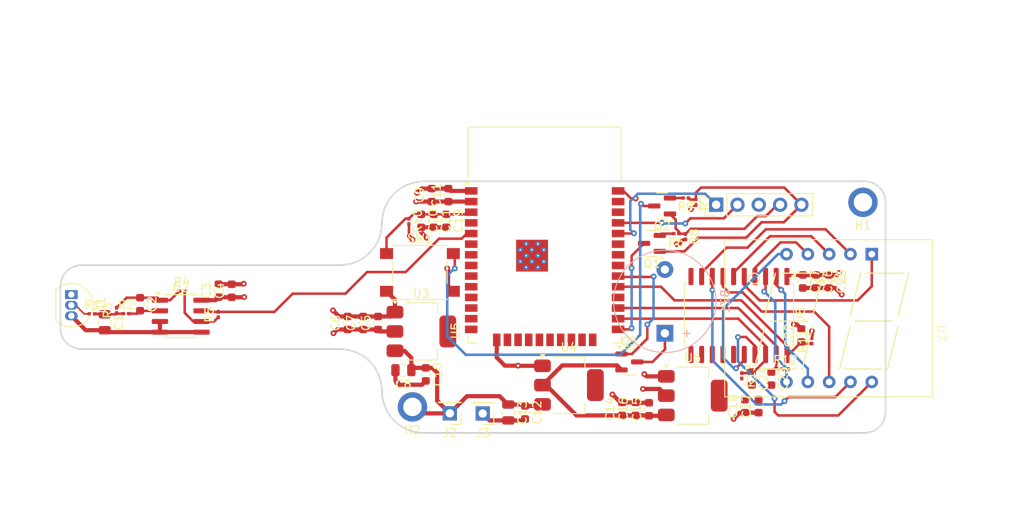
<source format=kicad_pcb>
(kicad_pcb (version 20240108) (generator "pcbnew") (generator_version "8.0")
  (title_block (title "PCB Termometro") (date "2024-05-14") (rev "01") (company "UCU") (comment 1 "Renzo Di Tomasso - Christian Klein"))
  (layers (0 "F.Cu" signal "F.Signal") (1 "In1.Cu" power "GND") (2 "In2.Cu" power "PWR") (31 "B.Cu" signal "B.Signal") (34 "B.Paste" user) (35 "F.Paste" user) (36 "B.SilkS" user "B.Silkscreen") (37 "F.SilkS" user "F.Silkscreen") (38 "B.Mask" user) (39 "F.Mask" user) (44 "Edge.Cuts" user))
  (net 0 "")
  (net 1 "GND")
  (net 2 "Net-(BZ1-+)")
  (net 3 "Net-(C1-Pad1)")
  (net 4 "Net-(U2A--)")
  (net 5 "Net-(C2-Pad1)")
  (net 6 "+5V")
  (net 7 "VDD")
  (net 8 "/BZ")
  (net 9 "/EN")
  (net 10 "/IO5")
  (net 11 "/IO16")
  (net 12 "/IO4")
  (net 13 "Net-(Q1-B)")
  (net 14 "/BOOT")
  (net 15 "/U0DTR")
  (net 16 "/U0RTS")
  (net 17 "Net-(Q2-B)")
  (net 18 "/IO18")
  (net 19 "Net-(U1-V_{OUT})")
  (net 20 "Net-(U2B--)")
  (net 21 "/SENSOR_VN")
  (net 28 "/ESPTX2FTDI")
  (net 37 "/ESPRX2FTDI")
  (net 49 "Net-(U7-E)")
  (net 50 "Net-(U7-DP)")
  (net 51 "Net-(U7-C)")
  (net 52 "Net-(U7-DIG1)")
  (net 53 "Net-(U7-F)")
  (net 54 "Net-(U7-DIG2)")
  (net 55 "Net-(U7-D)")
  (net 56 "Net-(U7-B)")
  (net 57 "Net-(U7-A)")
  (net 58 "Net-(U7-G)")
  (net 63 "Net-(J2-Pin_1)")
  (footprint "Resistor_SMD:R_0201_0603Metric" (layer "F.Cu") (at 74.71 90.275 -90)
    (property "Reference" "R10")
    (property "Value" "10k")
  )
  (footprint "Capacitor_SMD:C_0603_1608Metric" (layer "F.Cu") (at 123.2 97.44 -90)
    (property "Reference" "C26")
    (property "Value" "100n")
  )
  (footprint "Capacitor_SMD:C_0603_1608Metric" (layer "F.Cu") (at 76.17 90.21 -90)
    (property "Reference" "C20")
    (property "Value" "100n")
  )
  (footprint "Package_SO:SOIC-20W_7.5x12.8mm_P1.27mm" (layer "F.Cu") (at 114.035 101.5 -90)
    (property "Reference" "U8")
    (property "Value" "TM1620")
  )
  (footprint "Capacitor_SMD:C_0603_1608Metric" (layer "F.Cu") (at 76.73 108.52 -90)
    (property "Reference" "C10")
    (property "Value" "100n")
  )
  (footprint "Resistor_SMD:R_0201_0603Metric" (layer "F.Cu") (at 52.005 101.385 90)
    (property "Reference" "R5")
    (property "Value" "10k")
  )
  (footprint "Capacitor_SMD:C_0603_1608Metric" (layer "F.Cu") (at 53.6 98.55 90)
    (property "Reference" "C4")
    (property "Value" "100n")
  )
  (footprint "Capacitor_SMD:C_0603_1608Metric" (layer "F.Cu") (at 71.04 102.39 90)
    (property "Reference" "C5")
    (property "Value" "10u")
  )
  (footprint "Capacitor_SMD:C_0603_1608Metric" (layer "F.Cu") (at 121.65 97.44 -90)
    (property "Reference" "C27")
    (property "Value" "10u")
  )
  (footprint "Resistor_SMD:R_0201_0603Metric" (layer "F.Cu") (at 107.665 92.1 -90)
    (property "Reference" "R8")
    (property "Value" "10k")
  )
  (footprint "Resistor_SMD:R_0201_0603Metric" (layer "F.Cu") (at 36.975 101.305)
    (property "Reference" "R1")
    (property "Value" "820")
  )
  (footprint "Capacitor_SMD:C_0603_1608Metric" (layer "F.Cu") (at 79.17 90.21 -90)
    (property "Reference" "C19")
    (property "Value" "1u")
  )
  (footprint "Capacitor_SMD:C_0603_1608Metric" (layer "F.Cu") (at 52.04 98.54 90)
    (property "Reference" "C3")
    (property "Value" "100n")
  )
  (footprint "Resistor_SMD:R_0201_0603Metric" (layer "F.Cu") (at 122.71 104.52 90)
    (property "Reference" "R11")
    (property "Value" "5k6")
  )
  (footprint "Capacitor_SMD:C_0603_1608Metric" (layer "F.Cu") (at 67.42 102.39 90)
    (property "Reference" "C6")
    (property "Value" "100n")
  )
  (footprint "Capacitor_SMD:C_0805_2012Metric" (layer "F.Cu") (at 86.55 113.0625 -90)
    (property "Reference" "C13")
    (property "Value" "47u")
  )
  (footprint "Resistor_SMD:R_0201_0603Metric" (layer "F.Cu") (at 106.575 91.74 180)
    (property "Reference" "R6")
    (property "Value" "10k")
  )
  (footprint "Connector_PinHeader_2.54mm:PinHeader_1x01_P2.54mm_Vertical" (layer "F.Cu") (at 79.59 113.17 180)
    (property "Reference" "J2")
    (property "Value" "Vbat")
  )
  (footprint "Resistor_SMD:R_0201_0603Metric" (layer "F.Cu") (at 107.6925 87.49 180)
    (property "Reference" "R9")
    (property "Value" "10k")
  )
  (footprint "Resistor_SMD:R_0201_0603Metric" (layer "F.Cu") (at 108.9025 87.99 -90)
    (property "Reference" "R7")
    (property "Value" "10k")
  )
  (footprint "Package_TO_SOT_SMD:SOT-23" (layer "F.Cu") (at 100.98 107.0375)
    (property "Reference" "Q3")
    (property "Value" "BSS84")
  )
  (footprint "Package_TO_SOT_SMD:SOT-223" (layer "F.Cu") (at 76.2 103.4)
    (property "Reference" "U3")
    (property "Value" "AMS1117-5.0")
  )
  (footprint "obligatorio:DISPLAYLEDS" (layer "F.Cu") (at 125.7 101.58 -90)
    (property "Reference" "U7")
    (property "Value" "SN440502N")
  )
  (footprint "Package_SO:SOIC-8_3.9x4.9mm_P1.27mm" (layer "F.Cu") (at 47.53 101.58)
    (property "Reference" "U2")
    (property "Value" "TL072")
  )
  (footprint "Resistor_SMD:R_0201_0603Metric" (layer "F.Cu") (at 119.57 107.87)
    (property "Reference" "R12")
    (property "Value" "5k6")
  )
  (footprint "Capacitor_SMD:C_0603_1608Metric" (layer "F.Cu") (at 115.57 109.01 -90)
    (property "Reference" "C24")
    (property "Value" "100p")
  )
  (footprint "Connector_PinHeader_2.54mm:PinHeader_1x05_P2.54mm_Vertical" (layer "F.Cu") (at 111.32 88.29 90)
    (property "Reference" "J1")
    (property "Value" "PROG")
  )
  (footprint "Capacitor_SMD:C_0603_1608Metric" (layer "F.Cu") (at 69.27 102.39 90)
    (property "Reference" "C7")
    (property "Value" "10u")
  )
  (footprint "Capacitor_SMD:C_0603_1608Metric" (layer "F.Cu") (at 103.32 112.68 90)
    (property "Reference" "C15")
    (property "Value" "10u")
  )
  (footprint "Package_TO_SOT_SMD:SOT-23" (layer "F.Cu") (at 104.88 88.44 180)
    (property "Reference" "Q2")
    (property "Value" "S8050")
  )
  (footprint "MountingHole:MountingHole_2.2mm_M2_ISO7380_Pad" (layer "F.Cu") (at 75.14 112.4 180)
    (property "Reference" "H2")
    (property "Value" "Vbat")
  )
  (footprint "Capacitor_SMD:C_0603_1608Metric" (layer "F.Cu") (at 116.38 112.31 90)
    (property "Reference" "C17")
    (property "Value" "100n")
  )
  (footprint "Capacitor_SMD:C_0603_1608Metric" (layer "F.Cu") (at 88.55 113.0625 -90)
    (property "Reference" "C12")
    (property "Value" "100n")
  )
  (footprint "Capacitor_SMD:C_0603_1608Metric" (layer "F.Cu") (at 77.67 90.21 -90)
    (property "Reference" "C21")
    (property "Value" "10u")
  )
  (footprint "Connector_PinHeader_2.54mm:PinHeader_1x01_P2.54mm_Vertical" (layer "F.Cu") (at 83.51 113.19 180)
    (property "Reference" "J3")
    (property "Value" "Gnd")
  )
  (footprint "Capacitor_SMD:C_0603_1608Metric" (layer "F.Cu") (at 124.76 97.44 -90)
    (property "Reference" "C25")
    (property "Value" "10u")
  )
  (footprint "Button_Switch_SMD:SW_SPST_PTS645" (layer "F.Cu") (at 76.03 96.36)
    (property "Reference" "SW1")
    (property "Value" "Reset")
  )
  (footprint "Package_TO_SOT_THT:TO-92_Inline" (layer "F.Cu") (at 34.5 99 -90)
    (property "Reference" "U1")
    (property "Value" "LM35-LP")
  )
  (footprint "MountingHole:MountingHole_2.2mm_M2_ISO7380_Pad" (layer "F.Cu") (at 128.81 88 180)
    (property "Reference" "H1")
    (property "Value" "GND")
  )
  (footprint "Package_TO_SOT_SMD:SOT-223" (layer "F.Cu") (at 93.78 109.8)
    (property "Reference" "U4")
    (property "Value" "AMS1117-5.0")
  )
  (footprint "Package_TO_SOT_SMD:SOT-23" (layer "F.Cu") (at 103.67 92.9 180)
    (property "Reference" "Q1")
    (property "Value" "S8050")
  )
  (footprint "Capacitor_SMD:C_0603_1608Metric" (layer "F.Cu") (at 100.12 112.64 90)
    (property "Reference" "C14")
    (property "Value" "100n")
  )
  (footprint "Resistor_SMD:R_0201_0603Metric" (layer "F.Cu") (at 47.685 98.58)
    (property "Reference" "R4")
    (property "Value" "10k")
  )
  (footprint "Package_TO_SOT_SMD:SOT-223" (layer "F.Cu") (at 108.53 111.0575)
    (property "Reference" "U6")
    (property "Value" "AMS1117-3.3")
  )
  (footprint "Capacitor_SMD:C_0603_1608Metric" (layer "F.Cu") (at 117.89 109.02 -90)
    (property "Reference" "C23")
    (property "Value" "100p")
  )
  (footprint "Capacitor_SMD:C_0603_1608Metric" (layer "F.Cu") (at 77.42 87.14 90)
    (property "Reference" "C9")
    (property "Value" "100n")
  )
  (footprint "Capacitor_SMD:C_0805_2012Metric" (layer "F.Cu") (at 74.06 108.02 180)
    (property "Reference" "C8")
    (property "Value" "47u")
  )
  (footprint "Capacitor_SMD:C_0603_1608Metric" (layer "F.Cu") (at 101.71 112.64 90)
    (property "Reference" "C16")
    (property "Value" "10u")
  )
  (footprint "RF_Module:ESP32-WROOM-32D" (layer "F.Cu") (at 90.89 94.89)
    (property "Reference" "U5")
    (property "Value" "ESP32-WROOM-32E")
  )
  (footprint "Capacitor_SMD:C_0805_2012Metric" (layer "F.Cu") (at 38.475 102.305 -90)
    (property "Reference" "C1")
    (property "Value" "33u")
  )
  (footprint "Resistor_SMD:R_0201_0603Metric" (layer "F.Cu") (at 41.02 101.28)
    (property "Reference" "R2")
    (property "Value" "5k6")
  )
  (footprint "Capacitor_SMD:C_0603_1608Metric" (layer "F.Cu") (at 121.47 103.88 90)
    (property "Reference" "C22")
    (property "Value" "100p")
  )
  (footprint "Capacitor_SMD:C_0603_1608Metric" (layer "F.Cu") (at 114.75 112.32 90)
    (property "Reference" "C18")
    (property "Value" "10u")
  )
  (footprint "Resistor_SMD:R_0201_0603Metric" (layer "F.Cu") (at 114.37 108.69 -90)
    (property "Reference" "R13")
    (property "Value" "5k6")
  )
  (footprint "Capacitor_SMD:C_0603_1608Metric" (layer "F.Cu") (at 42.69 100.15 -90)
    (property "Reference" "C2")
    (property "Value" "680n")
  )
  (footprint "Capacitor_SMD:C_0603_1608Metric" (layer "F.Cu") (at 79.42 87.14 90)
    (property "Reference" "C11")
    (property "Value" "10u")
  )
  (footprint "Resistor_SMD:R_0201_0603Metric" (layer "F.Cu") (at 39.89 100.89 90)
    (property "Reference" "R3")
    (property "Value" "8k2")
  )
  (footprint "Buzzer_Beeper:Buzzer_12x9.5RM7.6" (layer "B.Cu") (at 105.21 103.62 90)
    (property "Reference" "BZ1")
    (property "Value" "Buzzer")
  )
  (gr_line (start 68.0451 105.74471) (end 68.6289 105.97586) (stroke (width 0.2)) (layer "Edge.Cuts"))
  (gr_line (start 73.8209 86.2784) (end 73.3129 86.6474) (stroke (width 0.2)) (layer "Edge.Cuts"))
  (gr_line (start 71.5394 111.1267) (end 71.6571 111.7434) (stroke (width 0.2)) (layer "Edge.Cuts"))
  (gr_line (start 71.8511 112.3406) (end 72.1185 112.9088) (stroke (width 0.2)) (layer "Edge.Cuts"))
  (gr_line (start 71.4606 91.12668) (end 71.3429 91.74345) (stroke (width 0.2)) (layer "Edge.Cuts"))
  (gr_line (start 34.36123 95.88919) (end 34.107233 96.07373) (stroke (width 0.2)) (layer "Edge.Cuts"))
  (gr_line (start 35.7008 105.5) (end 66.5 105.5) (stroke (width 0.2)) (layer "Edge.Cuts"))
  (gr_line (start 33.678248 96.53055) (end 33.510019 96.79562) (stroke (width 0.2)) (layer "Edge.Cuts"))
  (gr_line (start 66.5 95.5) (end 35.7008 95.5) (stroke (width 0.2)) (layer "Edge.Cuts"))
  (gr_line (start 131.0241 86.5305) (end 130.824 86.2886) (stroke (width 0.2)) (layer "Edge.Cuts"))
  (gr_line (start 75.5631 85.5886) (end 74.9549 85.7447) (stroke (width 0.2)) (layer "Edge.Cuts"))
  (gr_line (start 33.878367 104.71136) (end 34.107233 104.92627) (stroke (width 0.2)) (layer "Edge.Cuts"))
  (gr_line (start 35.7008 105.49506) (end 35.7008 105.5) (stroke (width 0.2)) (layer "Edge.Cuts"))
  (gr_line (start 69.1791 94.72165) (end 68.6289 95.02414) (stroke (width 0.2)) (layer "Edge.Cuts"))
  (gr_line (start 66.8139 95.49014) (end 66.5 95.49014) (stroke (width 0.2)) (layer "Edge.Cuts"))
  (gr_line (start 130.066 115.2621) (end 130.3412 115.1108) (stroke (width 0.2)) (layer "Edge.Cuts"))
  (gr_line (start 130.5951 86.0737) (end 130.3412 85.8892) (stroke (width 0.2)) (layer "Edge.Cuts"))
  (gr_line (start 129 115.5) (end 129 115.4951) (stroke (width 0.2)) (layer "Edge.Cuts"))
  (gr_line (start 66.5 105.50986) (end 66.8139 105.50986) (stroke (width 0.2)) (layer "Edge.Cuts"))
  (gr_line (start 131.1924 86.7956) (end 131.0241 86.5305) (stroke (width 0.2)) (layer "Edge.Cuts"))
  (gr_line (start 76.5 85.5099) (end 76.186 85.5099) (stroke (width 0.2)) (layer "Edge.Cuts"))
  (gr_line (start 72.8551 87.0773) (end 72.4549 87.5611) (stroke (width 0.2)) (layer "Edge.Cuts"))
  (gr_line (start 33.2008 103) (end 33.220499 103.31332) (stroke (width 0.2)) (layer "Edge.Cuts"))
  (gr_line (start 76.5 85.5) (end 76.5 85.5099) (stroke (width 0.2)) (layer "Edge.Cuts"))
  (gr_line (start 74.9549 85.7447) (end 74.3711 85.9759) (stroke (width 0.2)) (layer "Edge.Cuts"))
  (gr_line (start 33.376352 97.0797) (end 33.279337 97.37828) (stroke (width 0.2)) (layer "Edge.Cuts"))
  (gr_line (start 74.3711 85.9759) (end 73.8209 86.2784) (stroke (width 0.2)) (layer "Edge.Cuts"))
  (gr_line (start 70.1448 107.07726) (end 70.5451 107.56107) (stroke (width 0.2)) (layer "Edge.Cuts"))
  (gr_line (start 33.678248 104.46945) (end 33.878367 104.71136) (stroke (width 0.2)) (layer "Edge.Cuts"))
  (gr_line (start 68.0451 95.25529) (end 67.4369 95.41144) (stroke (width 0.2)) (layer "Edge.Cuts"))
  (gr_line (start 130.824 114.7114) (end 131.0241 114.4695) (stroke (width 0.2)) (layer "Edge.Cuts"))
  (gr_line (start 131.423 87.3783) (end 131.326 87.0797) (stroke (width 0.2)) (layer "Edge.Cuts"))
  (gr_line (start 34.107233 104.92627) (end 34.36123 105.11081) (stroke (width 0.2)) (layer "Edge.Cuts"))
  (gr_line (start 71.8511 88.6594) (end 71.6571 89.2566) (stroke (width 0.2)) (layer "Edge.Cuts"))
  (gr_line (start 72.8551 113.9227) (end 73.3129 114.3526) (stroke (width 0.2)) (layer "Edge.Cuts"))
  (gr_line (start 34.63635 105.26205) (end 34.92825 105.37764) (stroke (width 0.2)) (layer "Edge.Cuts"))
  (gr_line (start 68.6289 105.97586) (end 69.1791 106.27835) (stroke (width 0.2)) (layer "Edge.Cuts"))
  (gr_line (start 71.6571 89.2566) (end 71.5394 89.8733) (stroke (width 0.2)) (layer "Edge.Cuts"))
  (gr_line (start 131.326 87.0797) (end 131.1924 86.7956) (stroke (width 0.2)) (layer "Edge.Cuts"))
  (gr_line (start 131.423 113.6217) (end 131.4819 113.3133) (stroke (width 0.2)) (layer "Edge.Cuts"))
  (gr_line (start 130.3412 85.8892) (end 130.066 85.7379) (stroke (width 0.2)) (layer "Edge.Cuts"))
  (gr_line (start 33.279337 97.37828) (end 33.220499 97.68668) (stroke (width 0.2)) (layer "Edge.Cuts"))
  (gr_line (start 68.6289 95.02414) (end 68.0451 95.25529) (stroke (width 0.2)) (layer "Edge.Cuts"))
  (gr_line (start 70.8815 92.90878) (end 70.5451 93.43893) (stroke (width 0.2)) (layer "Edge.Cuts"))
  (gr_line (start 34.63635 95.73795) (end 34.36123 95.88919) (stroke (width 0.2)) (layer "Edge.Cuts"))
  (gr_line (start 33.220499 103.31332) (end 33.279337 103.62172) (stroke (width 0.2)) (layer "Edge.Cuts"))
  (gr_line (start 129.1586 115.4951) (end 129.47 115.4557) (stroke (width 0.2)) (layer "Edge.Cuts"))
  (gr_line (start 73.3129 114.3526) (end 73.8209 114.7216) (stroke (width 0.2)) (layer "Edge.Cuts"))
  (gr_line (start 70.1448 93.92274) (end 69.6871 94.35257) (stroke (width 0.2)) (layer "Edge.Cuts"))
  (gr_line (start 76.186 85.5099) (end 75.5631 85.5886) (stroke (width 0.2)) (layer "Edge.Cuts"))
  (gr_line (start 33.878367 96.28864) (end 33.678248 96.53055) (stroke (width 0.2)) (layer "Edge.Cuts"))
  (gr_line (start 74.9549 115.2553) (end 75.5631 115.4114) (stroke (width 0.2)) (layer "Edge.Cuts"))
  (gr_line (start 66.5 95.49014) (end 66.5 95.5) (stroke (width 0.2)) (layer "Edge.Cuts"))
  (gr_line (start 72.1185 112.9088) (end 72.4549 113.4389) (stroke (width 0.2)) (layer "Edge.Cuts"))
  (gr_line (start 67.4369 105.58856) (end 68.0451 105.74471) (stroke (width 0.2)) (layer "Edge.Cuts"))
  (gr_line (start 129.47 115.4557) (end 129.7741 115.3776) (stroke (width 0.2)) (layer "Edge.Cuts"))
  (gr_line (start 130.824 86.2886) (end 130.5951 86.0737) (stroke (width 0.2)) (layer "Edge.Cuts"))
  (gr_line (start 131.326 113.9203) (end 131.423 113.6217) (stroke (width 0.2)) (layer "Edge.Cuts"))
  (gr_line (start 71.4606 109.87332) (end 71.5394 111.1267) (stroke (width 0.2)) (layer "Edge.Cuts"))
  (gr_line (start 130.5951 114.9263) (end 130.824 114.7114) (stroke (width 0.2)) (layer "Edge.Cuts"))
  (gr_line (start 35.23234 105.4557) (end 35.54382 105.49506) (stroke (width 0.2)) (layer "Edge.Cuts"))
  (gr_line (start 131.4819 113.3133) (end 131.5016 113) (stroke (width 0.2)) (layer "Edge.Cuts"))
  (gr_line (start 131.0241 114.4695) (end 131.1924 114.2044) (stroke (width 0.2)) (layer "Edge.Cuts"))
  (gr_line (start 35.7008 95.5) (end 35.7008 95.50494) (stroke (width 0.2)) (layer "Edge.Cuts"))
  (gr_line (start 129.7741 85.6224) (end 129.47 85.5443) (stroke (width 0.2)) (layer "Edge.Cuts"))
  (gr_line (start 33.510019 96.79562) (end 33.376352 97.0797) (stroke (width 0.2)) (layer "Edge.Cuts"))
  (gr_line (start 33.2008 98) (end 33.2008 103) (stroke (width 0.2)) (layer "Edge.Cuts"))
  (gr_line (start 34.92825 105.37764) (end 35.23234 105.4557) (stroke (width 0.2)) (layer "Edge.Cuts"))
  (gr_line (start 129 115.4951) (end 129.1586 115.4951) (stroke (width 0.2)) (layer "Edge.Cuts"))
  (gr_line (start 131.5016 88) (end 131.4819 87.6867) (stroke (width 0.2)) (layer "Edge.Cuts"))
  (gr_line (start 130.3412 115.1108) (end 130.5951 114.9263) (stroke (width 0.2)) (layer "Edge.Cuts"))
  (gr_line (start 76.5 115.5) (end 129 115.5) (stroke (width 0.2)) (layer "Edge.Cuts"))
  (gr_line (start 71.1489 92.34064) (end 70.8815 92.90878) (stroke (width 0.2)) (layer "Edge.Cuts"))
  (gr_line (start 35.7008 95.50494) (end 35.54382 95.50494) (stroke (width 0.2)) (layer "Edge.Cuts"))
  (gr_line (start 75.5631 115.4114) (end 76.186 115.4901) (stroke (width 0.2)) (layer "Edge.Cuts"))
  (gr_line (start 76.186 115.4901) (end 76.5 115.4901) (stroke (width 0.2)) (layer "Edge.Cuts"))
  (gr_line (start 66.5 105.5) (end 66.5 105.50986) (stroke (width 0.2)) (layer "Edge.Cuts"))
  (gr_line (start 71.3429 91.74345) (end 71.1489 92.34064) (stroke (width 0.2)) (layer "Edge.Cuts"))
  (gr_line (start 70.5451 93.43893) (end 70.1448 93.92274) (stroke (width 0.2)) (layer "Edge.Cuts"))
  (gr_line (start 69.6871 94.35257) (end 69.1791 94.72165) (stroke (width 0.2)) (layer "Edge.Cuts"))
  (gr_line (start 70.8815 108.09122) (end 71.1489 108.65936) (stroke (width 0.2)) (layer "Edge.Cuts"))
  (gr_line (start 33.376352 103.9203) (end 33.510019 104.20438) (stroke (width 0.2)) (layer "Edge.Cuts"))
  (gr_line (start 69.6871 106.64743) (end 70.1448 107.07726) (stroke (width 0.2)) (layer "Edge.Cuts"))
  (gr_line (start 129 85.5) (end 76.5 85.5) (stroke (width 0.2)) (layer "Edge.Cuts"))
  (gr_line (start 33.279337 103.62172) (end 33.376352 103.9203) (stroke (width 0.2)) (layer "Edge.Cuts"))
  (gr_line (start 73.3129 86.6474) (end 72.8551 87.0773) (stroke (width 0.2)) (layer "Edge.Cuts"))
  (gr_line (start 70.5451 107.56107) (end 70.8815 108.09122) (stroke (width 0.2)) (layer "Edge.Cuts"))
  (gr_line (start 72.4549 87.5611) (end 72.1185 88.0912) (stroke (width 0.2)) (layer "Edge.Cuts"))
  (gr_line (start 66.8139 105.50986) (end 67.4369 105.58856) (stroke (width 0.2)) (layer "Edge.Cuts"))
  (gr_line (start 74.3711 115.0241) (end 74.9549 115.2553) (stroke (width 0.2)) (layer "Edge.Cuts"))
  (gr_line (start 129.47 85.5443) (end 129.1586 85.5049) (stroke (width 0.2)) (layer "Edge.Cuts"))
  (gr_line (start 69.1791 106.27835) (end 69.6871 106.64743) (stroke (width 0.2)) (layer "Edge.Cuts"))
  (gr_line (start 76.5 115.4901) (end 76.5 115.5) (stroke (width 0.2)) (layer "Edge.Cuts"))
  (gr_line (start 71.1489 108.65936) (end 71.3429 109.25655) (stroke (width 0.2)) (layer "Edge.Cuts"))
  (gr_line (start 71.3429 109.25655) (end 71.4606 109.87332) (stroke (width 0.2)) (layer "Edge.Cuts"))
  (gr_line (start 34.92825 95.62236) (end 34.63635 95.73795) (stroke (width 0.2)) (layer "Edge.Cuts"))
  (gr_line (start 129 85.5049) (end 129 85.5) (stroke (width 0.2)) (layer "Edge.Cuts"))
  (gr_line (start 131.4819 87.6867) (end 131.423 87.3783) (stroke (width 0.2)) (layer "Edge.Cuts"))
  (gr_line (start 71.6571 111.7434) (end 71.8511 112.3406) (stroke (width 0.2)) (layer "Edge.Cuts"))
  (gr_line (start 71.5394 89.8733) (end 71.4606 91.12668) (stroke (width 0.2)) (layer "Edge.Cuts"))
  (gr_line (start 129.7741 115.3776) (end 130.066 115.2621) (stroke (width 0.2)) (layer "Edge.Cuts"))
  (gr_line (start 33.220499 97.68668) (end 33.2008 98) (stroke (width 0.2)) (layer "Edge.Cuts"))
  (gr_line (start 73.8209 114.7216) (end 74.3711 115.0241) (stroke (width 0.2)) (layer "Edge.Cuts"))
  (gr_line (start 35.54382 105.49506) (end 35.7008 105.49506) (stroke (width 0.2)) (layer "Edge.Cuts"))
  (gr_line (start 131.1924 114.2044) (end 131.326 113.9203) (stroke (width 0.2)) (layer "Edge.Cuts"))
  (gr_line (start 34.36123 105.11081) (end 34.63635 105.26205) (stroke (width 0.2)) (layer "Edge.Cuts"))
  (gr_line (start 67.4369 95.41144) (end 66.8139 95.49014) (stroke (width 0.2)) (layer "Edge.Cuts"))
  (gr_line (start 33.510019 104.20438) (end 33.678248 104.46945) (stroke (width 0.2)) (layer "Edge.Cuts"))
  (gr_line (start 129.1586 85.5049) (end 129 85.5049) (stroke (width 0.2)) (layer "Edge.Cuts"))
  (gr_line (start 35.23234 95.5443) (end 34.92825 95.62236) (stroke (width 0.2)) (layer "Edge.Cuts"))
  (gr_line (start 34.107233 96.07373) (end 33.878367 96.28864) (stroke (width 0.2)) (layer "Edge.Cuts"))
  (gr_line (start 131.5016 113) (end 131.5016 88) (stroke (width 0.2)) (layer "Edge.Cuts"))
  (gr_line (start 130.066 85.7379) (end 129.7741 85.6224) (stroke (width 0.2)) (layer "Edge.Cuts"))
  (gr_line (start 72.1185 88.0912) (end 71.8511 88.6594) (stroke (width 0.2)) (layer "Edge.Cuts"))
  (gr_line (start 35.54382 95.50494) (end 35.23234 95.5443) (stroke (width 0.2)) (layer "Edge.Cuts"))
  (gr_line (start 72.4549 113.4389) (end 72.8551 113.9227) (stroke (width 0.2)) (layer "Edge.Cuts"))
  (segment (start 73.59 109.76) (end 76.265 109.76) (width 0.5) (layer "F.Cu") (net 1))
  (segment (start 54.975 97.775) (end 55.04 97.71) (width 0.5) (layer "F.Cu") (net 1))
  (segment (start 67.42 101.615) (end 66.395 101.615) (width 0.5) (layer "F.Cu") (net 1))
  (segment (start 73.11 109.28) (end 73.59 109.76) (width 0.5) (layer "F.Cu") (net 1))
  (segment (start 87.74 107.5) (end 87.72 107.48) (width 0.5) (layer "F.Cu") (net 1))
  (segment (start 76.17 91.56) (end 76.17 90.985) (width 0.5) (layer "F.Cu") (net 1))
  (segment (start 76.195 86.365) (end 75.69 86.87) (width 0.5) (layer "F.Cu") (net 1))
  (segment (start 79.42 86.365) (end 77.42 86.365) (width 0.5) (layer "F.Cu") (net 1))
  (segment (start 85.18 106.51) (end 85.18 104.4) (width 0.5) (layer "F.Cu") (net 1))
  (segment (start 101.75 111.905) (end 101.71 111.865) (width 0.5) (layer "F.Cu") (net 1))
  (segment (start 87.72 107.48) (end 86.15 107.48) (width 0.5) (layer "F.Cu") (net 1))
  (segment (start 79.17 90.985) (end 77.67 90.985) (width 0.5) (layer "F.Cu") (net 1))
  (segment (start 73.11 108.02) (end 73.11 109.28) (width 0.5) (layer "F.Cu") (net 1))
  (segment (start 124.76 98.215) (end 125.495 98.215) (width 0.5) (layer "F.Cu") (net 1))
  (segment (start 73.05 101.1) (end 73.05 99.61) (width 0.5) (layer "F.Cu") (net 1))
  (segment (start 86.55 114.0125) (end 88.375 114.0125) (width 0.5) (layer "F.Cu") (net 1))
  (segment (start 99.915 111.865) (end 98.96 110.91) (width 0.5) (layer "F.Cu") (net 1))
  (segment (start 101.169997 87.539997) (end 100.27 86.64) (width 0.3) (layer "F.Cu") (net 1))
  (segment (start 79.38 97.98) (end 80.01 98.61) (width 0.5) (layer "F.Cu") (net 1))
  (segment (start 101.71 111.865) (end 100.12 111.865) (width 0.5) (layer "F.Cu") (net 1))
  (segment (start 79.38 96.000057) (end 79.38 97.98) (width 0.5) (layer "F.Cu") (net 1))
  (segment (start 103.32 111.905) (end 101.75 111.905) (width 0.5) (layer "F.Cu") (net 1))
  (segment (start 53.59 97.765) (end 53.6 97.775) (width 0.5) (layer "F.Cu") (net 1))
  (segment (start 50.005 103.485) (end 45.055 103.485) (width 0.5) (layer "F.Cu") (net 1))
  (segment (start 34.5 101.54) (end 36.215 103.255) (width 0.5) (layer "F.Cu") (net 1))
  (segment (start 79.280055 95.900112) (end 79.38 96.000057) (width 0.5) (layer "F.Cu") (net 1))
  (segment (start 100.27 86.64) (end 99.64 86.64) (width 0.3) (layer "F.Cu") (net 1))
  (segment (start 121.65 98.215) (end 123.2 98.215) (width 0.5) (layer "F.Cu") (net 1))
  (segment (start 125.495 98.215) (end 126.28 99) (width 0.5) (layer "F.Cu") (net 1))
  (segment (start 84.3325 114.0125) (end 83.51 113.19) (width 0.5) (layer "F.Cu") (net 1))
  (segment (start 77.42 86.365) (end 76.195 86.365) (width 0.5) (layer "F.Cu") (net 1))
  (segment (start 45.055 102.215) (end 45.055 103.485) (width 0.5) (layer "F.Cu") (net 1))
  (segment (start 79.325 86.49) (end 79.28 86.535) (width 0.5) (layer "F.Cu") (net 1))
  (segment (start 72.535 101.615) (end 73.05 101.1) (width 0.5) (layer "F.Cu") (net 1))
  (segment (start 86.15 107.48) (end 85.18 106.51) (width 0.5) (layer "F.Cu") (net 1))
  (segment (start 100.12 111.865) (end 99.915 111.865) (width 0.5) (layer "F.Cu") (net 1))
  (segment (start 103.0275 108.7575) (end 102.76 108.49) (width 0.5) (layer "F.Cu") (net 1))
  (segment (start 86.55 114.0125) (end 84.3325 114.0125) (width 0.5) (layer "F.Cu") (net 1))
  (segment (start 123.2 98.215) (end 124.76 98.215) (width 0.5) (layer "F.Cu") (net 1))
  (segment (start 90.63 107.5) (end 87.74 107.5) (width 0.5) (layer "F.Cu") (net 1))
  (segment (start 66.395 101.615) (end 65.67 100.89) (width 0.5) (layer "F.Cu") (net 1))
  (segment (start 76.265 109.76) (end 76.73 109.295) (width 0.5) (layer "F.Cu") (net 1))
  (segment (start 88.375 114.0125) (end 88.55 113.8375) (width 0.5) (layer "F.Cu") (net 1))
  (segment (start 53.6 97.775) (end 54.975 97.775) (width 0.5) (layer "F.Cu") (net 1))
  (segment (start 79.695 86.64) (end 79.42 86.365) (width 0.5) (layer "F.Cu") (net 1))
  (segment (start 71.04 101.615) (end 72.535 101.615) (width 0.5) (layer "F.Cu") (net 1))
  (segment (start 45.055 103.485) (end 38.705 103.485) (width 0.5) (layer "F.Cu") (net 1))
  (segment (start 101.73 87.539997) (end 101.169997 87.539997) (width 0.3) (layer "F.Cu") (net 1))
  (segment (start 120.905 102.54) (end 121.47 103.105) (width 0.5) (layer "F.Cu") (net 1))
  (segment (start 82.14 86.64) (end 79.695 86.64) (width 0.5) (layer "F.Cu") (net 1))
  (segment (start 69.27 101.615) (end 71.04 101.615) (width 0.5) (layer "F.Cu") (net 1))
  (segment (start 38.705 103.485) (end 38.475 103.255) (width 0.5) (layer "F.Cu") (net 1))
  (segment (start 52.04 97.765) (end 53.59 97.765) (width 0.5) (layer "F.Cu") (net 1))
  (segment (start 36.215 103.255) (end 38.475 103.255) (width 0.5) (layer "F.Cu") (net 1))
  (segment (start 67.42 101.615) (end 69.27 101.615) (width 0.5) (layer "F.Cu") (net 1))
  (segment (start 120.57 102.54) (end 120.905 102.54) (width 0.5) (layer "F.Cu") (net 1))
  (segment (start 105.38 108.7575) (end 103.0275 108.7575) (width 0.5) (layer "F.Cu") (net 1))
  (segment (start 77.67 90.985) (end 76.17 90.985) (width 0.5) (layer "F.Cu") (net 1))
  (segment (start 76.83 92.22) (end 76.17 91.56) (width 0.5) (layer "F.Cu") (net 1))
  (segment (start 73.05 99.61) (end 72.05 98.61) (width 0.5) (layer "F.Cu") (net 1))
  (via micro (at 87.72 107.48) (size 0.7) (drill 0.3) (layers "F.Cu" "In1.Cu") (net 1))
  (via micro (at 76.83 92.22) (size 0.7) (drill 0.3) (layers "F.Cu" "In1.Cu") (net 1))
  (via micro (at 120.57 102.54) (size 0.7) (drill 0.3) (layers "F.Cu" "In1.Cu") (net 1))
  (via micro (at 65.67 100.89) (size 0.7) (drill 0.3) (layers "F.Cu" "In1.Cu") (net 1))
  (via micro (at 98.96 110.91) (size 0.7) (drill 0.3) (layers "F.Cu" "In1.Cu") (net 1))
  (via micro (at 126.28 99) (size 0.7) (drill 0.3) (layers "F.Cu" "In1.Cu") (net 1))
  (via micro (at 102.76 108.49) (size 0.7) (drill 0.3) (layers "F.Cu" "In1.Cu") (net 1))
  (via micro (at 79.280055 95.900112) (size 0.7) (drill 0.3) (layers "F.Cu" "In1.Cu") (net 1))
  (via micro (at 75.69 86.87) (size 0.7) (drill 0.3) (layers "F.Cu" "In1.Cu") (net 1))
  (via micro (at 73.3 109.47) (size 0.7) (drill 0.3) (layers "F.Cu" "In1.Cu") (net 1))
  (via micro (at 101.73 87.539997) (size 0.7) (drill 0.3) (layers "F.Cu" "In1.Cu") (net 1))
  (via micro (at 55.04 97.71) (size 0.7) (drill 0.3) (layers "F.Cu" "In1.Cu") (net 1))
  (segment (start 105.23 105.54) (end 105.23 105.28) (width 0.3) (layer "F.Cu") (net 2))
  (segment (start 105.21 105.26) (end 105.21 103.62) (width 0.3) (layer "F.Cu") (net 2))
  (segment (start 105.23 105.28) (end 105.21 105.26) (width 0.3) (layer "F.Cu") (net 2))
  (segment (start 103.7325 107.0375) (end 105.23 105.54) (width 0.3) (layer "F.Cu") (net 2))
  (segment (start 101.9175 107.0375) (end 103.7325 107.0375) (width 0.3) (layer "F.Cu") (net 2))
  (segment (start 39.745 101.355) (end 39.89 101.21) (width 0.3) (layer "F.Cu") (net 3))
  (segment (start 40.7 101.28) (end 39.96 101.28) (width 0.3) (layer "F.Cu") (net 3))
  (segment (start 37.295 101.305) (end 38.425 101.305) (width 0.3) (layer "F.Cu") (net 3))
  (segment (start 38.475 101.355) (end 39.745 101.355) (width 0.3) (layer "F.Cu") (net 3))
  (segment (start 39.96 101.28) (end 39.89 101.21) (width 0.3) (layer "F.Cu") (net 3))
  (segment (start 38.425 101.305) (end 38.475 101.355) (width 0.3) (layer "F.Cu") (net 3))
  (segment (start 45.055 100.945) (end 42.71 100.945) (width 0.3) (layer "F.Cu") (net 4))
  (segment (start 41.34 101.28) (end 42.335 101.28) (width 0.3) (layer "F.Cu") (net 4))
  (segment (start 42.335 101.28) (end 42.69 100.925) (width 0.3) (layer "F.Cu") (net 4))
  (segment (start 42.71 100.945) (end 42.69 100.925) (width 0.3) (layer "F.Cu") (net 4))
  (segment (start 44.755 99.375) (end 45.055 99.675) (width 0.3) (layer "F.Cu") (net 5))
  (segment (start 42.69 99.375) (end 41.085 99.375) (width 0.3) (layer "F.Cu") (net 5))
  (segment (start 42.69 99.375) (end 44.755 99.375) (width 0.3) (layer "F.Cu") (net 5))
  (segment (start 46.27 99.675) (end 47.365 98.58) (width 0.3) (layer "F.Cu") (net 5))
  (segment (start 45.055 99.675) (end 46.27 99.675) (width 0.3) (layer "F.Cu") (net 5))
  (segment (start 41.085 99.375) (end 39.89 100.57) (width 0.3) (layer "F.Cu") (net 5))
  (segment (start 55.065 99.325) (end 53.6 99.325) (width 0.5) (layer "F.Cu") (net 6))
  (segment (start 69.19 103.085) (end 69.27 103.165) (width 0.5) (layer "F.Cu") (net 6))
  (segment (start 66.175 103.165) (end 65.73 103.61) (width 0.5) (layer "F.Cu") (net 6))
  (segment (start 55.09 99.3) (end 55.065 99.325) (width 0.5) (layer "F.Cu") (net 6))
  (segment (start 50.005 99.675) (end 51.68 99.675) (width 0.5) (layer "F.Cu") (net 6))
  (segment (start 73.05 103.4) (end 71.275 103.4) (width 0.5) (layer "F.Cu") (net 6))
  (segment (start 67.42 103.165) (end 66.175 103.165) (width 0.5) (layer "F.Cu") (net 6))
  (segment (start 71.275 103.4) (end 71.04 103.165) (width 0.5) (layer "F.Cu") (net 6))
  (segment (start 34.5 99) (end 35 99) (width 0.2) (layer "F.Cu") (net 6))
  (segment (start 53.59 99.315) (end 53.6 99.325) (width 0.5) (layer "F.Cu") (net 6))
  (segment (start 52.04 99.315) (end 53.59 99.315) (width 0.5) (layer "F.Cu") (net 6))
  (segment (start 71.04 103.165) (end 69.27 103.165) (width 0.5) (layer "F.Cu") (net 6))
  (segment (start 69.27 103.165) (end 67.42 103.165) (width 0.5) (layer "F.Cu") (net 6))
  (segment (start 51.68 99.675) (end 52.04 99.315) (width 0.5) (layer "F.Cu") (net 6))
  (via micro (at 55.09 99.3) (size 0.7) (drill 0.3) (layers "F.Cu" "In2.Cu") (net 6))
  (via micro (at 65.73 103.61) (size 0.7) (drill 0.3) (layers "F.Cu" "In2.Cu") (net 6))
  (segment (start 125.728416 96.665) (end 125.963483 96.429933) (width 0.5) (layer "F.Cu") (net 7))
  (segment (start 107.45 92.42) (end 107.27 92.6) (width 0.3) (layer "F.Cu") (net 7))
  (segment (start 74.72 90.605) (end 74.72 92.02) (width 0.3) (layer "F.Cu") (net 7))
  (segment (start 108.86 88.31) (end 108.47 88.7) (width 0.3) (layer "F.Cu") (net 7))
  (segment (start 108.36 88.81) (end 108.32 88.81) (width 0.5) (layer "F.Cu") (net 7))
  (segment (start 113.4 113.82) (end 114.125 113.095) (width 0.5) (layer "F.Cu") (net 7))
  (segment (start 77.42 87.915) (end 79.42 87.915) (width 0.5) (layer "F.Cu") (net 7))
  (segment (start 108.9025 88.31) (end 108.86 88.31) (width 0.3) (layer "F.Cu") (net 7))
  (segment (start 119.935 96.665) (end 119.75 96.85) (width 0.5) (layer "F.Cu") (net 7))
  (segment (start 114.76 113.085) (end 114.75 113.095) (width 0.5) (layer "F.Cu") (net 7))
  (segment (start 105.38 111.0575) (end 104.5825 110.26) (width 0.5) (layer "F.Cu") (net 7))
  (segment (start 123.2 96.665) (end 121.65 96.665) (width 0.5) (layer "F.Cu") (net 7))
  (segment (start 106.86 92.72) (end 106.58 93) (width 0.3) (layer "F.Cu") (net 7))
  (segment (start 122.71 103.38) (end 122.73 103.36) (width 0.5) (layer "F.Cu") (net 7))
  (segment (start 116.38 113.085) (end 114.76 113.085) (width 0.5) (layer "F.Cu") (net 7))
  (segment (start 82.135 87.915) (end 82.14 87.91) (width 0.5) (layer "F.Cu") (net 7))
  (segment (start 107.665 92.42) (end 107.45 92.42) (width 0.3) (layer "F.Cu") (net 7))
  (segment (start 121.65 96.665) (end 119.935 96.665) (width 0.5) (layer "F.Cu") (net 7))
  (segment (start 104.5825 110.26) (end 102.6 110.26) (width 0.5) (layer "F.Cu") (net 7))
  (segment (start 79.42 87.915) (end 82.135 87.915) (width 0.5) (layer "F.Cu") (net 7))
  (segment (start 114.125 113.095) (end 114.75 113.095) (width 0.5) (layer "F.Cu") (net 7))
  (segment (start 106.87 93) (end 107.27 92.6) (width 0.5) (layer "F.Cu") (net 7))
  (segment (start 124.76 96.665) (end 123.2 96.665) (width 0.5) (layer "F.Cu") (net 7))
  (segment (start 108.47 88.7) (end 108.36 88.81) (width 0.5) (layer "F.Cu") (net 7))
  (segment (start 124.76 96.665) (end 125.728416 96.665) (width 0.5) (layer "F.Cu") (net 7))
  (segment (start 122.71 104.2) (end 122.71 103.83) (width 0.3) (layer "F.Cu") (net 7))
  (segment (start 106.86 92.7) (end 106.86 92.72) (width 0.3) (layer "F.Cu") (net 7))
  (segment (start 74.72 92.02) (end 75.15 92.45) (width 0.5) (layer "F.Cu") (net 7))
  (segment (start 122.71 103.83) (end 122.71 103.38) (width 0.5) (layer "F.Cu") (net 7))
  (segment (start 75.57 87.915) (end 77.42 87.915) (width 0.5) (layer "F.Cu") (net 7))
  (segment (start 106.58 93) (end 106.87 93) (width 0.5) (layer "F.Cu") (net 7))
  (segment (start 74.71 90.595) (end 74.72 90.605) (width 0.3) (layer "F.Cu") (net 7))
  (via micro (at 102.6 110.26) (size 0.7) (drill 0.3) (layers "F.Cu" "In2.Cu") (net 7))
  (via micro (at 75.15 92.45) (size 0.7) (drill 0.3) (layers "F.Cu" "In2.Cu") (net 7))
  (via micro (at 122.73 103.36) (size 0.7) (drill 0.3) (layers "F.Cu" "In2.Cu") (net 7))
  (via micro (at 75.57 87.915) (size 0.7) (drill 0.3) (layers "F.Cu" "In2.Cu") (net 7))
  (via micro (at 106.58 93) (size 0.7) (drill 0.3) (layers "F.Cu" "In2.Cu") (net 7))
  (via micro (at 125.963483 96.429933) (size 0.7) (drill 0.3) (layers "F.Cu" "In2.Cu") (net 7))
  (via micro (at 113.4 113.82) (size 0.7) (drill 0.3) (layers "F.Cu" "In2.Cu") (net 7))
  (via micro (at 108.32 88.81) (size 0.7) (drill 0.3) (layers "F.Cu" "In2.Cu") (net 7))
  (segment (start 94.675 113.415) (end 100.12 113.415) (width 0.5) (layer "F.Cu") (net 8))
  (segment (start 101.71 113.415) (end 103.28 113.415) (width 0.5) (layer "F.Cu") (net 8))
  (segment (start 105.2825 113.455) (end 105.38 113.3575) (width 0.5) (layer "F.Cu") (net 8))
  (segment (start 91.06 109.8) (end 94.675 113.415) (width 0.5) (layer "F.Cu") (net 8))
  (segment (start 90.63 109.8) (end 91.06 109.8) (width 0.5) (layer "F.Cu") (net 8))
  (segment (start 99.505 107.45) (end 100.0425 107.9875) (width 0.5) (layer "F.Cu") (net 8))
  (segment (start 103.28 113.415) (end 103.32 113.455) (width 0.5) (layer "F.Cu") (net 8))
  (segment (start 90.63 109.8) (end 92.98 107.45) (width 0.5) (layer "F.Cu") (net 8))
  (segment (start 92.98 107.45) (end 99.505 107.45) (width 0.5) (layer "F.Cu") (net 8))
  (segment (start 100.12 113.415) (end 101.71 113.415) (width 0.5) (layer "F.Cu") (net 8))
  (segment (start 103.32 113.455) (end 105.2825 113.455) (width 0.5) (layer "F.Cu") (net 8))
  (segment (start 102.366396 88.176397) (end 102.629999 88.44) (width 0.3) (layer "F.Cu") (net 9))
  (segment (start 80.18 95.89) (end 80.18 94.28) (width 0.3) (layer "F.Cu") (net 9))
  (segment (start 79.17 89.435) (end 77.67 89.435) (width 0.3) (layer "F.Cu") (net 9))
  (segment (start 77.67 89.435) (end 76.17 89.435) (width 0.3) (layer "F.Cu") (net 9))
  (segment (start 81.885 89.435) (end 82.14 89.18) (width 0.3) (layer "F.Cu") (net 9))
  (segment (start 74.305 89.955) (end 74.71 89.955) (width 0.3) (layer "F.Cu") (net 9))
  (segment (start 72.05 94.11) (end 72.05 92.21) (width 0.3) (layer "F.Cu") (net 9))
  (segment (start 79.17 89.435) (end 81.885 89.435) (width 0.3) (layer "F.Cu") (net 9))
  (segment (start 80.18 94.28) (end 80.01 94.11) (width 0.3) (layer "F.Cu") (net 9))
  (segment (start 75.23 89.435) (end 74.71 89.955) (width 0.3) (layer "F.Cu") (net 9))
  (segment (start 102.629999 88.44) (end 103.9425 88.44) (width 0.3) (layer "F.Cu") (net 9))
  (segment (start 72.05 92.21) (end 74.305 89.955) (width 0.3) (layer "F.Cu") (net 9))
  (segment (start 76.17 89.435) (end 75.23 89.435) (width 0.3) (layer "F.Cu") (net 9))
  (via (at 80.18 95.89) (size 0.7) (drill 0.3) (layers "F.Cu" "B.Cu") (net 9))
  (via (at 102.366396 88.176397) (size 0.7) (drill 0.3) (layers "F.Cu" "B.Cu") (net 9))
  (segment (start 80.12005 95.89) (end 80.18 95.89) (width 0.3) (layer "B.Cu") (net 9))
  (segment (start 102.27 103.79) (end 99.88 106.18) (width 0.3) (layer "B.Cu") (net 9))
  (segment (start 99.88 106.18) (end 81.49 106.18) (width 0.3) (layer "B.Cu") (net 9))
  (segment (start 79.28 103.97) (end 79.28 96.73005) (width 0.3) (layer "B.Cu") (net 9))
  (segment (start 79.28 96.73005) (end 80.12005 95.89) (width 0.3) (layer "B.Cu") (net 9))
  (segment (start 102.366396 88.176397) (end 102.27 88.272793) (width 0.3) (layer "B.Cu") (net 9))
  (segment (start 102.27 88.272793) (end 102.27 103.79) (width 0.3) (layer "B.Cu") (net 9))
  (segment (start 81.49 106.18) (end 79.28 103.97) (width 0.3) (layer "B.Cu") (net 9))
  (segment (start 121.655 104.84) (end 121.47 104.655) (width 0.3) (layer "F.Cu") (net 10))
  (segment (start 122.71 104.84) (end 121.655 104.84) (width 0.3) (layer "F.Cu") (net 10))
  (segment (start 114.314999 99.69) (end 106.36 99.69) (width 0.3) (layer "F.Cu") (net 10))
  (segment (start 104.74 98.07) (end 106.36 99.69) (width 0.3) (layer "F.Cu") (net 10))
  (segment (start 119.75 106.15) (end 119.975 106.15) (width 0.3) (layer "F.Cu") (net 10))
  (segment (start 99.64 98.07) (end 104.74 98.07) (width 0.3) (layer "F.Cu") (net 10))
  (segment (start 119.975 106.15) (end 121.47 104.655) (width 0.3) (layer "F.Cu") (net 10))
  (segment (start 119.75 105.125001) (end 114.314999 99.69) (width 0.3) (layer "F.Cu") (net 10))
  (segment (start 119.75 106.15) (end 119.75 105.125001) (width 0.3) (layer "F.Cu") (net 10))
  (segment (start 118.48 105.125001) (end 113.964999 100.61) (width 0.3) (layer "F.Cu") (net 11))
  (segment (start 118.695 107.87) (end 118.48 107.655) (width 0.3) (layer "F.Cu") (net 11))
  (segment (start 118.48 106.15) (end 118.48 107.655) (width 0.3) (layer "F.Cu") (net 11))
  (segment (start 119.25 107.87) (end 118.695 107.87) (width 0.3) (layer "F.Cu") (net 11))
  (segment (start 118.48 107.655) (end 117.89 108.245) (width 0.3) (layer "F.Cu") (net 11))
  (segment (start 118.48 106.15) (end 118.48 105.125001) (width 0.3) (layer "F.Cu") (net 11))
  (segment (start 113.964999 100.61) (end 99.64 100.61) (width 0.3) (layer "F.Cu") (net 11))
  (segment (start 114.37 108.37) (end 115.435 108.37) (width 0.3) (layer "F.Cu") (net 12))
  (segment (start 115.435 108.37) (end 115.57 108.235) (width 0.3) (layer "F.Cu") (net 12))
  (segment (start 113.964999 101.88) (end 99.64 101.88) (width 0.3) (layer "F.Cu") (net 12))
  (segment (start 99.67 101.85) (end 99.64 101.88) (width 0.3) (layer "F.Cu") (net 12))
  (segment (start 115.57 108.235) (end 115.795 108.235) (width 0.3) (layer "F.Cu") (net 12))
  (segment (start 117.21 106.15) (end 117.21 105.125001) (width 0.3) (layer "F.Cu") (net 12))
  (segment (start 117.21 105.125001) (end 113.964999 101.88) (width 0.3) (layer "F.Cu") (net 12))
  (segment (start 117.21 106.82) (end 117.21 106.15) (width 0.3) (layer "F.Cu") (net 12))
  (segment (start 115.795 108.235) (end 117.21 106.82) (width 0.3) (layer "F.Cu") (net 12))
  (segment (start 104.8175 91.74) (end 104.6075 91.95) (width 0.3) (layer "F.Cu") (net 13))
  (segment (start 106.255 91.74) (end 104.8175 91.74) (width 0.3) (layer "F.Cu") (net 13))
  (segment (start 101.25 95.85) (end 101.25 94.3825) (width 0.3) (layer "F.Cu") (net 14))
  (segment (start 101.11 103.15) (end 101.25 103.01) (width 0.3) (layer "F.Cu") (net 14))
  (segment (start 101.25 94.3825) (end 102.7325 92.9) (width 0.3) (layer "F.Cu") (net 14))
  (segment (start 99.64 103.15) (end 101.11 103.15) (width 0.3) (layer "F.Cu") (net 14))
  (via (at 101.25 103.01) (size 0.7) (drill 0.3) (layers "F.Cu" "B.Cu") (net 14))
  (via (at 101.25 95.85) (size 0.7) (drill 0.3) (layers "F.Cu" "B.Cu") (net 14))
  (segment (start 101.25 95.85) (end 101.25 103.01) (width 0.3) (layer "B.Cu") (net 14))
  (segment (start 109.52 86.24) (end 108.9025 86.8575) (width 0.3) (layer "F.Cu") (net 15))
  (segment (start 109.18 92.22) (end 107.55 93.85) (width 0.3) (layer "F.Cu") (net 15))
  (segment (start 108.9025 86.8575) (end 108.9025 87.67) (width 0.3) (layer "F.Cu") (net 15))
  (segment (start 121.48 88.29) (end 119.43 86.24) (width 0.3) (layer "F.Cu") (net 15))
  (segment (start 108.1925 87.67) (end 108.0125 87.49) (width 0.3) (layer "F.Cu") (net 15))
  (segment (start 121.48 88.29) (end 119.39 90.38) (width 0.3) (layer "F.Cu") (net 15))
  (segment (start 116.73 90.38) (end 114.89 92.22) (width 0.3) (layer "F.Cu") (net 15))
  (segment (start 114.89 92.22) (end 109.18 92.22) (width 0.3) (layer "F.Cu") (net 15))
  (segment (start 108.9025 87.67) (end 108.1925 87.67) (width 0.3) (layer "F.Cu") (net 15))
  (segment (start 119.43 86.24) (end 109.52 86.24) (width 0.3) (layer "F.Cu") (net 15))
  (segment (start 119.39 90.38) (end 116.73 90.38) (width 0.3) (layer "F.Cu") (net 15))
  (segment (start 107.55 93.85) (end 104.6075 93.85) (width 0.3) (layer "F.Cu") (net 15))
  (segment (start 117.25 89.65) (end 116.21 89.65) (width 0.3) (layer "F.Cu") (net 16))
  (segment (start 106.5 90.0725) (end 106.5 91.115832) (width 0.3) (layer "F.Cu") (net 16))
  (segment (start 108.285 91.16) (end 107.665 91.78) (width 0.3) (layer "F.Cu") (net 16))
  (segment (start 116.21 89.65) (end 114.7 91.16) (width 0.3) (layer "F.Cu") (net 16))
  (segment (start 105.8175 89.39) (end 106.5 90.0725) (width 0.3) (layer "F.Cu") (net 16))
  (segment (start 118.94 88.29) (end 118.61 88.29) (width 0.3) (layer "F.Cu") (net 16))
  (segment (start 107.625 91.74) (end 107.665 91.78) (width 0.3) (layer "F.Cu") (net 16))
  (segment (start 106.895 91.74) (end 107.625 91.74) (width 0.3) (layer "F.Cu") (net 16))
  (segment (start 106.5 91.115832) (end 106.895 91.510832) (width 0.3) (layer "F.Cu") (net 16))
  (segment (start 114.7 91.16) (end 108.285 91.16) (width 0.3) (layer "F.Cu") (net 16))
  (segment (start 118.61 88.29) (end 117.25 89.65) (width 0.3) (layer "F.Cu") (net 16))
  (segment (start 106.895 91.510832) (end 106.895 91.74) (width 0.3) (layer "F.Cu") (net 16))
  (segment (start 118.94 88.29) (end 118.41 88.29) (width 0.3) (layer "F.Cu") (net 16))
  (segment (start 107.3725 87.49) (end 105.8175 87.49) (width 0.3) (layer "F.Cu") (net 17))
  (segment (start 103.83 96.9) (end 99.74 96.9) (width 0.3) (layer "F.Cu") (net 18))
  (segment (start 99.74 96.9) (end 99.64 96.8) (width 0.3) (layer "F.Cu") (net 18))
  (segment (start 103.88 96.85) (end 103.83 96.9) (width 0.3) (layer "F.Cu") (net 18))
  (segment (start 103.12 104.25) (end 103.12 102.58) (width 0.3) (layer "F.Cu") (net 18))
  (segment (start 101.2825 106.0875) (end 103.12 104.25) (width 0.3) (layer "F.Cu") (net 18))
  (segment (start 100.0425 106.0875) (end 101.2825 106.0875) (width 0.3) (layer "F.Cu") (net 18))
  (via (at 103.12 102.58) (size 0.7) (drill 0.3) (layers "F.Cu" "B.Cu") (net 18))
  (via (at 103.88 96.85) (size 0.7) (drill 0.3) (layers "F.Cu" "B.Cu") (net 18))
  (segment (start 103.88 96.85) (end 103.86 96.87) (width 0.3) (layer "B.Cu") (net 18))
  (segment (start 103.86 101.84) (end 103.12 102.58) (width 0.3) (layer "B.Cu") (net 18))
  (segment (start 103.86 96.87) (end 103.86 101.84) (width 0.3) (layer "B.Cu") (net 18))
  (segment (start 36.025 101.305) (end 36.655 101.305) (width 0.2) (layer "F.Cu") (net 19))
  (segment (start 34.73 100.5) (end 34.5 100.27) (width 0.2) (layer "F.Cu") (net 19))
  (segment (start 34.5 100.27) (end 34.99 100.27) (width 0.2) (layer "F.Cu") (net 19))
  (segment (start 34.99 100.27) (end 36.025 101.305) (width 0.2) (layer "F.Cu") (net 19))
  (segment (start 48.005 98.58) (end 48.005 101.189999) (width 0.3) (layer "F.Cu") (net 20))
  (segment (start 51.495 102.215) (end 52.005 101.705) (width 0.3) (layer "F.Cu") (net 20))
  (segment (start 50.005 102.215) (end 51.495 102.215) (width 0.3) (layer "F.Cu") (net 20))
  (segment (start 48.005 101.189999) (end 49.030001 102.215) (width 0.3) (layer "F.Cu") (net 20))
  (segment (start 49.030001 102.215) (end 50.005 102.215) (width 0.3) (layer "F.Cu") (net 20))
  (segment (start 69.73 96.32) (end 74.33 96.32) (width 0.3) (layer "F.Cu") (net 21))
  (segment (start 50.125 101.065) (end 50.005 100.945) (width 0.3) (layer "F.Cu") (net 21))
  (segment (start 67.155 98.895) (end 69.73 96.32) (width 0.3) (layer "F.Cu") (net 21))
  (segment (start 81.62 91.72) (end 82.14 91.72) (width 0.3) (layer "F.Cu") (net 21))
  (segment (start 74.33 96.32) (end 78.31 92.34) (width 0.3) (layer "F.Cu") (net 21))
  (segment (start 52.005 101.065) (end 52.09 100.98) (width 0.3) (layer "F.Cu") (net 21))
  (segment (start 58.695 101.065) (end 60.865 98.895) (width 0.3) (layer "F.Cu") (net 21))
  (segment (start 78.31 92.34) (end 81 92.34) (width 0.3) (layer "F.Cu") (net 21))
  (segment (start 52.005 101.065) (end 50.125 101.065) (width 0.3) (layer "F.Cu") (net 21))
  (segment (start 52.005 101.065) (end 58.695 101.065) (width 0.3) (layer "F.Cu") (net 21))
  (segment (start 60.865 98.895) (end 67.155 98.895) (width 0.3) (layer "F.Cu") (net 21))
  (segment (start 81 92.34) (end 81.62 91.72) (width 0.3) (layer "F.Cu") (net 21))
  (segment (start 112.24 89.91) (end 113.86 88.29) (width 0.3) (layer "F.Cu") (net 28))
  (segment (start 107.645 90.525) (end 108.26 89.91) (width 0.3) (layer "F.Cu") (net 28))
  (segment (start 104.87 90.45) (end 99.64 90.45) (width 0.3) (layer "F.Cu") (net 28))
  (segment (start 108.26 89.91) (end 112.24 89.91) (width 0.3) (layer "F.Cu") (net 28))
  (via (at 107.645 90.525) (size 0.7) (drill 0.3) (layers "F.Cu" "B.Cu") (net 28))
  (via (at 104.87 90.45) (size 0.7) (drill 0.3) (layers "F.Cu" "B.Cu") (net 28))
  (segment (start 104.87 90.45) (end 104.945 90.525) (width 0.3) (layer "B.Cu") (net 28))
  (segment (start 104.945 90.525) (end 107.645 90.525) (width 0.3) (layer "B.Cu") (net 28))
  (segment (start 101.5 91.72) (end 99.64 91.72) (width 0.3) (layer "F.Cu") (net 37))
  (segment (start 101.52 91.7) (end 101.5 91.72) (width 0.3) (layer "F.Cu") (net 37))
  (via (at 101.52 91.7) (size 0.7) (drill 0.3) (layers "F.Cu" "B.Cu") (net 37))
  (segment (start 101.09 87.87) (end 101.98 86.98) (width 0.3) (layer "B.Cu") (net 37))
  (segment (start 101.52 91.7) (end 101.09 91.27) (width 0.3) (layer "B.Cu") (net 37))
  (segment (start 101.98 86.98) (end 110.01 86.98) (width 0.3) (layer "B.Cu") (net 37))
  (segment (start 101.09 91.27) (end 101.09 87.87) (width 0.3) (layer "B.Cu") (net 37))
  (segment (start 110.01 86.98) (end 111.32 88.29) (width 0.3) (layer "B.Cu") (net 37))
  (segment (start 113.4 96.383738) (end 117.733738 92.05) (width 0.3) (layer "F.Cu") (net 49))
  (segment (start 117.733738 92.05) (end 122.647551 92.05) (width 0.3) (layer "F.Cu") (net 49))
  (segment (start 113.4 96.85) (end 113.4 96.383738) (width 0.3) (layer "F.Cu") (net 49))
  (segment (start 122.647551 92.05) (end 124.781014 94.183463) (width 0.3) (layer "F.Cu") (net 49))
  (segment (start 127.321014 94.183463) (end 124.357551 91.22) (width 0.3) (layer "F.Cu") (net 50))
  (segment (start 124.357551 91.22) (end 117.24 91.22) (width 0.3) (layer "F.Cu") (net 50))
  (segment (start 109.59 96.383738) (end 109.59 96.85) (width 0.3) (layer "F.Cu") (net 50))
  (segment (start 117.24 91.22) (end 115.05 93.41) (width 0.3) (layer "F.Cu") (net 50))
  (segment (start 115.05 93.41) (end 112.563738 93.41) (width 0.3) (layer "F.Cu") (net 50))
  (segment (start 112.563738 93.41) (end 109.59 96.383738) (width 0.3) (layer "F.Cu") (net 50))
  (segment (start 118.985001 92.78) (end 120.837551 92.78) (width 0.3) (layer "F.Cu") (net 51))
  (segment (start 115.94 95.825001) (end 118.985001 92.78) (width 0.3) (layer "F.Cu") (net 51))
  (segment (start 120.837551 92.78) (end 122.241014 94.183463) (width 0.3) (layer "F.Cu") (net 51))
  (segment (start 115.94 96.85) (end 115.94 95.825001) (width 0.3) (layer "F.Cu") (net 51))
  (segment (start 114.874999 104.06) (end 115.94 105.125001) (width 0.3) (layer "F.Cu") (net 52))
  (segment (start 113.94 104.06) (end 114.874999 104.06) (width 0.3) (layer "F.Cu") (net 52))
  (segment (start 113.92 104.08) (end 113.94 104.06) (width 0.3) (layer "F.Cu") (net 52))
  (segment (start 125.864014 113.42) (end 129.861014 109.423) (width 0.3) (layer "F.Cu") (net 52))
  (segment (start 118.71 113.42) (end 125.864014 113.42) (width 0.3) (layer "F.Cu") (net 52))
  (segment (start 118.28 111.41) (end 118.28 112.99) (width 0.3) (layer "F.Cu") (net 52))
  (segment (start 118.28 112.99) (end 118.71 113.42) (width 0.3) (layer "F.Cu") (net 52))
  (segment (start 115.94 105.125001) (end 115.94 106.15) (width 0.3) (layer "F.Cu") (net 52))
  (via (at 118.28 111.41) (size 0.7) (drill 0.3) (layers "F.Cu" "B.Cu") (net 52))
  (via (at 113.92 104.08) (size 0.7) (drill 0.3) (layers "F.Cu" "B.Cu") (net 52))
  (segment (start 118.28 111.33) (end 113.92 106.97) (width 0.3) (layer "B.Cu") (net 52))
  (segment (start 113.92 106.97) (end 113.92 104.08) (width 0.3) (layer "B.Cu") (net 52))
  (segment (start 118.28 111.41) (end 118.28 111.33) (width 0.3) (layer "B.Cu") (net 52))
  (segment (start 112.13 96.85) (end 112.13 98.04) (width 0.3) (layer "F.Cu") (net 53))
  (segment (start 112.13 98.04) (end 112.83 98.74) (width 0.3) (layer "F.Cu") (net 53))
  (segment (start 124.781014 102.821014) (end 124.781014 109.423) (width 0.3) (layer "F.Cu") (net 53))
  (segment (start 116.75 101.03) (end 122.99 101.03) (width 0.3) (layer "F.Cu") (net 53))
  (segment (start 114.46 98.74) (end 116.75 101.03) (width 0.3) (layer "F.Cu") (net 53))
  (segment (start 112.83 98.74) (end 114.46 98.74) (width 0.3) (layer "F.Cu") (net 53))
  (segment (start 122.99 101.03) (end 124.781014 102.821014) (width 0.3) (layer "F.Cu") (net 53))
  (segment (start 114.67 106.82) (end 114.67 106.15) (width 0.3) (layer "F.Cu") (net 54))
  (segment (start 113.69 107.8) (end 114.67 106.82) (width 0.3) (layer "F.Cu") (net 54))
  (via (at 113.69 107.8) (size 0.7) (drill 0.3) (layers "F.Cu" "B.Cu") (net 54))
  (segment (start 112.15 106.5) (end 112.15 100.72) (width 0.3) (layer "B.Cu") (net 54))
  (segment (start 112.15 100.72) (end 118.686537 94.183463) (width 0.3) (layer "B.Cu") (net 54))
  (segment (start 113.43 107.8) (end 112.14 106.51) (width 0.3) (layer "B.Cu") (net 54))
  (segment (start 118.686537 94.183463) (end 119.701014 94.183463) (width 0.3) (layer "B.Cu") (net 54))
  (segment (start 112.14 106.51) (end 112.15 106.5) (width 0.3) (layer "B.Cu") (net 54))
  (segment (start 113.69 107.8) (end 113.43 107.8) (width 0.3) (layer "B.Cu") (net 54))
  (segment (start 128.17 99.7) (end 129.861014 98.008986) (width 0.3) (layer "F.Cu") (net 55))
  (segment (start 129.861014 98.008986) (end 129.861014 94.183463) (width 0.3) (layer "F.Cu") (net 55))
  (segment (start 114.67 97.874999) (end 116.495001 99.7) (width 0.3) (layer "F.Cu") (net 55))
  (segment (start 116.495001 99.7) (end 128.17 99.7) (width 0.3) (layer "F.Cu") (net 55))
  (segment (start 114.67 96.85) (end 114.67 97.874999) (width 0.3) (layer "F.Cu") (net 55))
  (segment (start 117.05 98.64) (end 117.21 98.48) (width 0.3) (layer "F.Cu") (net 56))
  (segment (start 117.21 98.48) (end 117.21 96.85) (width 0.3) (layer "F.Cu") (net 56))
  (via (at 117.05 98.64) (size 0.7) (drill 0.3) (layers "F.Cu" "B.Cu") (net 56))
  (segment (start 118.36351 99.95351) (end 118.36351 106.44351) (width 0.3) (layer "B.Cu") (net 56))
  (segment (start 118.36351 106.44351) (end 119.701014 107.781014) (width 0.3) (layer "B.Cu") (net 56))
  (segment (start 119.701014 107.781014) (end 119.701014 109.423) (width 0.3) (layer "B.Cu") (net 56))
  (segment (start 117.05 98.64) (end 118.36351 99.95351) (width 0.3) (layer "B.Cu") (net 56))
  (segment (start 118.48 97.854692) (end 118.48 96.85) (width 0.3) (layer "F.Cu") (net 57))
  (segment (start 119.071362 98.446054) (end 118.48 97.854692) (width 0.3) (layer "F.Cu") (net 57))
  (via (at 119.071362 98.446054) (size 0.7) (drill 0.3) (layers "F.Cu" "B.Cu") (net 57))
  (segment (start 119.071362 98.446054) (end 119.54 98.914692) (width 0.3) (layer "B.Cu") (net 57))
  (segment (start 119.54 105.131986) (end 122.241014 107.833) (width 0.3) (layer "B.Cu") (net 57))
  (segment (start 119.54 98.914692) (end 119.54 105.131986) (width 0.3) (layer "B.Cu") (net 57))
  (segment (start 122.241014 107.833) (end 122.241014 109.423) (width 0.3) (layer "B.Cu") (net 57))
  (segment (start 110.86 96.85) (end 110.86 98.46) (width 0.3) (layer "F.Cu") (net 58))
  (segment (start 119.94 111.23) (end 125.514014 111.23) (width 0.3) (layer "F.Cu") (net 58))
  (segment (start 125.514014 111.23) (end 127.321014 109.423) (width 0.3) (layer "F.Cu") (net 58))
  (segment (start 119.47 111.7) (end 119.94 111.23) (width 0.3) (layer "F.Cu") (net 58))
  (segment (start 110.86 98.46) (end 110.87 98.47) (width 0.3) (layer "F.Cu") (net 58))
  (via (at 110.87 98.47) (size 0.7) (drill 0.3) (layers "F.Cu" "B.Cu") (net 58))
  (via (at 119.47 111.7) (size 0.7) (drill 0.3) (layers "F.Cu" "B.Cu") (net 58))
  (segment (start 116.13 112.11) (end 110.87 106.85) (width 0.3) (layer "B.Cu") (net 58))
  (segment (start 119.06 112.11) (end 116.13 112.11) (width 0.3) (layer "B.Cu") (net 58))
  (segment (start 119.47 111.7) (end 119.06 112.11) (width 0.3) (layer "B.Cu") (net 58))
  (segment (start 110.87 106.85) (end 110.87 98.47) (width 0.3) (layer "B.Cu") (net 58))
  (segment (start 79.59 113.17) (end 81.64 111.12) (width 0.5) (layer "F.Cu") (net 63))
  (segment (start 81.64 111.12) (end 85.52 111.12) (width 0.5) (layer "F.Cu") (net 63))
  (segment (start 79.59 113.17) (end 75.91 113.17) (width 0.5) (layer "F.Cu") (net 63))
  (segment (start 88.375 112.1125) (end 88.55 112.2875) (width 0.5) (layer "F.Cu") (net 63))
  (segment (start 75.285 107.745) (end 75.01 108.02) (width 0.5) (layer "F.Cu") (net 63))
  (segment (start 85.52 111.12) (end 86.5125 112.1125) (width 0.5) (layer "F.Cu") (net 63))
  (segment (start 86.55 112.1125) (end 88.375 112.1125) (width 0.5) (layer "F.Cu") (net 63))
  (segment (start 78.08 111.66) (end 78.08 108.32) (width 0.5) (layer "F.Cu") (net 63))
  (segment (start 75.01 108.02) (end 75.01 106.54) (width 0.5) (layer "F.Cu") (net 63))
  (segment (start 76.73 107.745) (end 75.285 107.745) (width 0.5) (layer "F.Cu") (net 63))
  (segment (start 78.08 108.32) (end 77.505 107.745) (width 0.5) (layer "F.Cu") (net 63))
  (segment (start 75.01 106.54) (end 74.17 105.7) (width 0.5) (layer "F.Cu") (net 63))
  (segment (start 79.59 113.17) (end 78.08 111.66) (width 0.5) (layer "F.Cu") (net 63))
  (segment (start 75.91 113.17) (end 75.14 112.4) (width 0.5) (layer "F.Cu") (net 63))
  (segment (start 88.55 112.2875) (end 90.4425 112.2875) (width 0.5) (layer "F.Cu") (net 63))
  (segment (start 77.505 107.745) (end 76.73 107.745) (width 0.5) (layer "F.Cu") (net 63))
  (segment (start 86.5125 112.1125) (end 86.55 112.1125) (width 0.5) (layer "F.Cu") (net 63))
  (segment (start 74.17 105.7) (end 73.05 105.7) (width 0.5) (layer "F.Cu") (net 63))
  (segment (start 90.4425 112.2875) (end 90.63 112.1) (width 0.5) (layer "F.Cu") (net 63))
)
</source>
